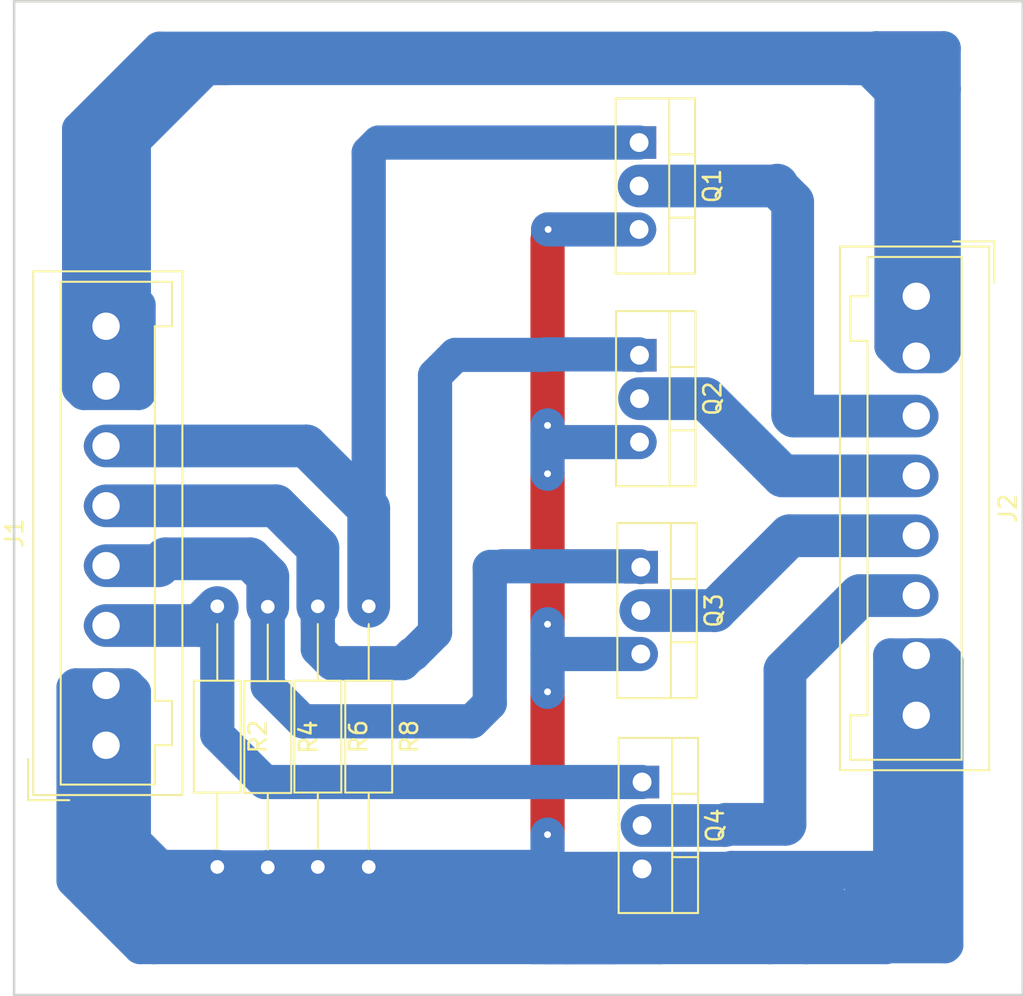
<source format=kicad_pcb>
(kicad_pcb (version 20171130) (host pcbnew 5.0.0)

  (general
    (thickness 1.6)
    (drawings 7)
    (tracks 236)
    (zones 0)
    (modules 10)
    (nets 11)
  )

  (page A4)
  (title_block
    (title "PWM amplifier")
    (date 2018-10-21)
    (rev 1)
    (company "Non Commercial")
    (comment 2 "Andrey Ivanov")
    (comment 3 "Andrey Ivanov")
    (comment 4 "Andrey Ivanov")
  )

  (layers
    (0 F.Cu signal)
    (31 B.Cu signal)
    (32 B.Adhes user)
    (33 F.Adhes user)
    (34 B.Paste user)
    (35 F.Paste user)
    (36 B.SilkS user)
    (37 F.SilkS user)
    (38 B.Mask user)
    (39 F.Mask user)
    (40 Dwgs.User user)
    (41 Cmts.User user)
    (42 Eco1.User user)
    (43 Eco2.User user)
    (44 Edge.Cuts user)
    (45 Margin user)
    (46 B.CrtYd user)
    (47 F.CrtYd user)
    (48 B.Fab user)
    (49 F.Fab user)
  )

  (setup
    (last_trace_width 2.5)
    (trace_clearance 0.2)
    (zone_clearance 0.508)
    (zone_45_only no)
    (trace_min 0.2)
    (segment_width 0.2)
    (edge_width 0.15)
    (via_size 0.8)
    (via_drill 0.4)
    (via_min_size 0.4)
    (via_min_drill 0.3)
    (uvia_size 0.3)
    (uvia_drill 0.1)
    (uvias_allowed no)
    (uvia_min_size 0.2)
    (uvia_min_drill 0.1)
    (pcb_text_width 0.3)
    (pcb_text_size 1.5 1.5)
    (mod_edge_width 0.15)
    (mod_text_size 1 1)
    (mod_text_width 0.15)
    (pad_size 1.524 1.524)
    (pad_drill 0.762)
    (pad_to_mask_clearance 0.2)
    (aux_axis_origin 0 0)
    (visible_elements FFFFFF7F)
    (pcbplotparams
      (layerselection 0x010fc_ffffffff)
      (usegerberextensions false)
      (usegerberattributes false)
      (usegerberadvancedattributes false)
      (creategerberjobfile false)
      (excludeedgelayer true)
      (linewidth 0.100000)
      (plotframeref false)
      (viasonmask false)
      (mode 1)
      (useauxorigin false)
      (hpglpennumber 1)
      (hpglpenspeed 20)
      (hpglpendiameter 15.000000)
      (psnegative false)
      (psa4output false)
      (plotreference true)
      (plotvalue true)
      (plotinvisibletext false)
      (padsonsilk false)
      (subtractmaskfromsilk false)
      (outputformat 1)
      (mirror false)
      (drillshape 1)
      (scaleselection 1)
      (outputdirectory ""))
  )

  (net 0 "")
  (net 1 "Net-(J1-Pad1)")
  (net 2 "Net-(J1-Pad3)")
  (net 3 "Net-(J1-Pad4)")
  (net 4 "Net-(J1-Pad5)")
  (net 5 "Net-(J1-Pad6)")
  (net 6 "Net-(J1-Pad7)")
  (net 7 "Net-(J2-Pad3)")
  (net 8 "Net-(J2-Pad4)")
  (net 9 "Net-(J2-Pad5)")
  (net 10 "Net-(J2-Pad6)")

  (net_class Default "Это класс цепей по умолчанию."
    (clearance 0.2)
    (trace_width 2.5)
    (via_dia 0.8)
    (via_drill 0.4)
    (uvia_dia 0.3)
    (uvia_drill 0.1)
    (add_net "Net-(J1-Pad1)")
    (add_net "Net-(J1-Pad3)")
    (add_net "Net-(J1-Pad4)")
    (add_net "Net-(J1-Pad5)")
    (add_net "Net-(J1-Pad6)")
    (add_net "Net-(J1-Pad7)")
    (add_net "Net-(J2-Pad3)")
    (add_net "Net-(J2-Pad4)")
    (add_net "Net-(J2-Pad5)")
    (add_net "Net-(J2-Pad6)")
  )

  (module Connector_Wago:Wago_734-138_1x08_P3.50mm_Vertical (layer F.Cu) (tedit 5A1F3EED) (tstamp 5BD76CEC)
    (at 186.45 67 270)
    (descr "Molex 734 Male header (for PCBs); Straight solder pin 1 x 1 mm, 734-138 , 8 Pins (http://www.farnell.com/datasheets/2157639.pdf), generated with kicad-footprint-generator")
    (tags "connector Wago  side entry")
    (path /5BD557D2)
    (fp_text reference J2 (at 12.4 -5.35 270) (layer F.SilkS)
      (effects (font (size 1 1) (thickness 0.15)))
    )
    (fp_text value Conn_01x08_Female (at 12.4 5.55 270) (layer F.Fab)
      (effects (font (size 1 1) (thickness 0.15)))
    )
    (fp_line (start -2.8 -4.15) (end -2.8 4.35) (layer F.Fab) (width 0.1))
    (fp_line (start -2.8 4.35) (end 27.6 4.35) (layer F.Fab) (width 0.1))
    (fp_line (start 27.6 4.35) (end 27.6 -4.15) (layer F.Fab) (width 0.1))
    (fp_line (start 27.6 -4.15) (end -2.8 -4.15) (layer F.Fab) (width 0.1))
    (fp_line (start -2.91 -4.26) (end -2.91 4.46) (layer F.SilkS) (width 0.12))
    (fp_line (start -2.91 4.46) (end 27.71 4.46) (layer F.SilkS) (width 0.12))
    (fp_line (start 27.71 4.46) (end 27.71 -4.26) (layer F.SilkS) (width 0.12))
    (fp_line (start 27.71 -4.26) (end -2.91 -4.26) (layer F.SilkS) (width 0.12))
    (fp_line (start -2.3 -2.65) (end -2.3 2.85) (layer F.SilkS) (width 0.12))
    (fp_line (start -2.3 2.85) (end 0 2.85) (layer F.SilkS) (width 0.12))
    (fp_line (start 0 2.85) (end 0 3.85) (layer F.SilkS) (width 0.12))
    (fp_line (start 0 3.85) (end 2.6 3.85) (layer F.SilkS) (width 0.12))
    (fp_line (start 2.6 3.85) (end 2.6 2.85) (layer F.SilkS) (width 0.12))
    (fp_line (start 2.6 2.85) (end 24.5 2.85) (layer F.SilkS) (width 0.12))
    (fp_line (start 24.5 2.85) (end 24.5 3.85) (layer F.SilkS) (width 0.12))
    (fp_line (start 24.5 3.85) (end 27.1 3.85) (layer F.SilkS) (width 0.12))
    (fp_line (start 27.1 3.85) (end 27.1 -2.65) (layer F.SilkS) (width 0.12))
    (fp_line (start 27.1 -2.65) (end -2.3 -2.65) (layer F.SilkS) (width 0.12))
    (fp_line (start -3.21 -2.15) (end -3.21 -4.56) (layer F.SilkS) (width 0.12))
    (fp_line (start -3.21 -4.56) (end -0.8 -4.56) (layer F.SilkS) (width 0.12))
    (fp_line (start -0.5 -4.15) (end 0 -3.442893) (layer F.Fab) (width 0.1))
    (fp_line (start 0 -3.442893) (end 0.5 -4.15) (layer F.Fab) (width 0.1))
    (fp_line (start -3.3 -4.65) (end -3.3 4.85) (layer F.CrtYd) (width 0.05))
    (fp_line (start -3.3 4.85) (end 28.1 4.85) (layer F.CrtYd) (width 0.05))
    (fp_line (start 28.1 4.85) (end 28.1 -4.65) (layer F.CrtYd) (width 0.05))
    (fp_line (start 28.1 -4.65) (end -3.3 -4.65) (layer F.CrtYd) (width 0.05))
    (fp_text user %R (at 12.4 3.65 270) (layer F.Fab)
      (effects (font (size 1 1) (thickness 0.15)))
    )
    (pad 1 thru_hole rect (at 0 0 270) (size 2 2.6) (drill 1.6) (layers *.Cu *.Mask)
      (net 6 "Net-(J1-Pad7)"))
    (pad 2 thru_hole oval (at 3.5 0 270) (size 2 2.6) (drill 1.6) (layers *.Cu *.Mask)
      (net 6 "Net-(J1-Pad7)"))
    (pad 3 thru_hole oval (at 7 0 270) (size 2 2.6) (drill 1.6) (layers *.Cu *.Mask)
      (net 7 "Net-(J2-Pad3)"))
    (pad 4 thru_hole oval (at 10.5 0 270) (size 2 2.6) (drill 1.6) (layers *.Cu *.Mask)
      (net 8 "Net-(J2-Pad4)"))
    (pad 5 thru_hole oval (at 14 0 270) (size 2 2.6) (drill 1.6) (layers *.Cu *.Mask)
      (net 9 "Net-(J2-Pad5)"))
    (pad 6 thru_hole oval (at 17.5 0 270) (size 2 2.6) (drill 1.6) (layers *.Cu *.Mask)
      (net 10 "Net-(J2-Pad6)"))
    (pad 7 thru_hole oval (at 21 0 270) (size 2 2.6) (drill 1.6) (layers *.Cu *.Mask)
      (net 1 "Net-(J1-Pad1)"))
    (pad 8 thru_hole oval (at 24.5 0 270) (size 2 2.6) (drill 1.6) (layers *.Cu *.Mask)
      (net 1 "Net-(J1-Pad1)"))
    (model ${KISYS3DMOD}/Connector_Wago.3dshapes/Wago_734-138_1x08_P3.50mm_Vertical.wrl
      (at (xyz 0 0 0))
      (scale (xyz 1 1 1))
      (rotate (xyz 0 0 0))
    )
  )

  (module Connector_Wago:Wago_734-138_1x08_P3.50mm_Vertical (layer F.Cu) (tedit 5A1F3EED) (tstamp 5BD76FF6)
    (at 139.1 93.25 90)
    (descr "Molex 734 Male header (for PCBs); Straight solder pin 1 x 1 mm, 734-138 , 8 Pins (http://www.farnell.com/datasheets/2157639.pdf), generated with kicad-footprint-generator")
    (tags "connector Wago  side entry")
    (path /5BD5796A)
    (fp_text reference J1 (at 12.4 -5.35 90) (layer F.SilkS)
      (effects (font (size 1 1) (thickness 0.15)))
    )
    (fp_text value Conn_01x08_Female (at 12.4 5.55 90) (layer F.Fab)
      (effects (font (size 1 1) (thickness 0.15)))
    )
    (fp_line (start -2.8 -4.15) (end -2.8 4.35) (layer F.Fab) (width 0.1))
    (fp_line (start -2.8 4.35) (end 27.6 4.35) (layer F.Fab) (width 0.1))
    (fp_line (start 27.6 4.35) (end 27.6 -4.15) (layer F.Fab) (width 0.1))
    (fp_line (start 27.6 -4.15) (end -2.8 -4.15) (layer F.Fab) (width 0.1))
    (fp_line (start -2.91 -4.26) (end -2.91 4.46) (layer F.SilkS) (width 0.12))
    (fp_line (start -2.91 4.46) (end 27.71 4.46) (layer F.SilkS) (width 0.12))
    (fp_line (start 27.71 4.46) (end 27.71 -4.26) (layer F.SilkS) (width 0.12))
    (fp_line (start 27.71 -4.26) (end -2.91 -4.26) (layer F.SilkS) (width 0.12))
    (fp_line (start -2.3 -2.65) (end -2.3 2.85) (layer F.SilkS) (width 0.12))
    (fp_line (start -2.3 2.85) (end 0 2.85) (layer F.SilkS) (width 0.12))
    (fp_line (start 0 2.85) (end 0 3.85) (layer F.SilkS) (width 0.12))
    (fp_line (start 0 3.85) (end 2.6 3.85) (layer F.SilkS) (width 0.12))
    (fp_line (start 2.6 3.85) (end 2.6 2.85) (layer F.SilkS) (width 0.12))
    (fp_line (start 2.6 2.85) (end 24.5 2.85) (layer F.SilkS) (width 0.12))
    (fp_line (start 24.5 2.85) (end 24.5 3.85) (layer F.SilkS) (width 0.12))
    (fp_line (start 24.5 3.85) (end 27.1 3.85) (layer F.SilkS) (width 0.12))
    (fp_line (start 27.1 3.85) (end 27.1 -2.65) (layer F.SilkS) (width 0.12))
    (fp_line (start 27.1 -2.65) (end -2.3 -2.65) (layer F.SilkS) (width 0.12))
    (fp_line (start -3.21 -2.15) (end -3.21 -4.56) (layer F.SilkS) (width 0.12))
    (fp_line (start -3.21 -4.56) (end -0.8 -4.56) (layer F.SilkS) (width 0.12))
    (fp_line (start -0.5 -4.15) (end 0 -3.442893) (layer F.Fab) (width 0.1))
    (fp_line (start 0 -3.442893) (end 0.5 -4.15) (layer F.Fab) (width 0.1))
    (fp_line (start -3.3 -4.65) (end -3.3 4.85) (layer F.CrtYd) (width 0.05))
    (fp_line (start -3.3 4.85) (end 28.1 4.85) (layer F.CrtYd) (width 0.05))
    (fp_line (start 28.1 4.85) (end 28.1 -4.65) (layer F.CrtYd) (width 0.05))
    (fp_line (start 28.1 -4.65) (end -3.3 -4.65) (layer F.CrtYd) (width 0.05))
    (fp_text user %R (at 12.4 3.65 90) (layer F.Fab)
      (effects (font (size 1 1) (thickness 0.15)))
    )
    (pad 1 thru_hole rect (at 0 0 90) (size 2 2.6) (drill 1.6) (layers *.Cu *.Mask)
      (net 1 "Net-(J1-Pad1)"))
    (pad 2 thru_hole oval (at 3.5 0 90) (size 2 2.6) (drill 1.6) (layers *.Cu *.Mask)
      (net 1 "Net-(J1-Pad1)"))
    (pad 3 thru_hole oval (at 7 0 90) (size 2 2.6) (drill 1.6) (layers *.Cu *.Mask)
      (net 2 "Net-(J1-Pad3)"))
    (pad 4 thru_hole oval (at 10.5 0 90) (size 2 2.6) (drill 1.6) (layers *.Cu *.Mask)
      (net 3 "Net-(J1-Pad4)"))
    (pad 5 thru_hole oval (at 14 0 90) (size 2 2.6) (drill 1.6) (layers *.Cu *.Mask)
      (net 4 "Net-(J1-Pad5)"))
    (pad 6 thru_hole oval (at 17.5 0 90) (size 2 2.6) (drill 1.6) (layers *.Cu *.Mask)
      (net 5 "Net-(J1-Pad6)"))
    (pad 7 thru_hole oval (at 21 0 90) (size 2 2.6) (drill 1.6) (layers *.Cu *.Mask)
      (net 6 "Net-(J1-Pad7)"))
    (pad 8 thru_hole oval (at 24.5 0 90) (size 2 2.6) (drill 1.6) (layers *.Cu *.Mask)
      (net 6 "Net-(J1-Pad7)"))
    (model ${KISYS3DMOD}/Connector_Wago.3dshapes/Wago_734-138_1x08_P3.50mm_Vertical.wrl
      (at (xyz 0 0 0))
      (scale (xyz 1 1 1))
      (rotate (xyz 0 0 0))
    )
  )

  (module Package_TO_SOT_THT:TO-220-3_Vertical (layer F.Cu) (tedit 5AC8BA0D) (tstamp 5BD68DC0)
    (at 170.275 70.445 270)
    (descr "TO-220-3, Vertical, RM 2.54mm, see https://www.vishay.com/docs/66542/to-220-1.pdf")
    (tags "TO-220-3 Vertical RM 2.54mm")
    (path /5BC9A6FA)
    (fp_text reference Q2 (at 2.54 -4.27 270) (layer F.SilkS)
      (effects (font (size 1 1) (thickness 0.15)))
    )
    (fp_text value IRF3205 (at 2.54 2.5 270) (layer F.Fab)
      (effects (font (size 1 1) (thickness 0.15)))
    )
    (fp_line (start -2.46 -3.15) (end -2.46 1.25) (layer F.Fab) (width 0.1))
    (fp_line (start -2.46 1.25) (end 7.54 1.25) (layer F.Fab) (width 0.1))
    (fp_line (start 7.54 1.25) (end 7.54 -3.15) (layer F.Fab) (width 0.1))
    (fp_line (start 7.54 -3.15) (end -2.46 -3.15) (layer F.Fab) (width 0.1))
    (fp_line (start -2.46 -1.88) (end 7.54 -1.88) (layer F.Fab) (width 0.1))
    (fp_line (start 0.69 -3.15) (end 0.69 -1.88) (layer F.Fab) (width 0.1))
    (fp_line (start 4.39 -3.15) (end 4.39 -1.88) (layer F.Fab) (width 0.1))
    (fp_line (start -2.58 -3.27) (end 7.66 -3.27) (layer F.SilkS) (width 0.12))
    (fp_line (start -2.58 1.371) (end 7.66 1.371) (layer F.SilkS) (width 0.12))
    (fp_line (start -2.58 -3.27) (end -2.58 1.371) (layer F.SilkS) (width 0.12))
    (fp_line (start 7.66 -3.27) (end 7.66 1.371) (layer F.SilkS) (width 0.12))
    (fp_line (start -2.58 -1.76) (end 7.66 -1.76) (layer F.SilkS) (width 0.12))
    (fp_line (start 0.69 -3.27) (end 0.69 -1.76) (layer F.SilkS) (width 0.12))
    (fp_line (start 4.391 -3.27) (end 4.391 -1.76) (layer F.SilkS) (width 0.12))
    (fp_line (start -2.71 -3.4) (end -2.71 1.51) (layer F.CrtYd) (width 0.05))
    (fp_line (start -2.71 1.51) (end 7.79 1.51) (layer F.CrtYd) (width 0.05))
    (fp_line (start 7.79 1.51) (end 7.79 -3.4) (layer F.CrtYd) (width 0.05))
    (fp_line (start 7.79 -3.4) (end -2.71 -3.4) (layer F.CrtYd) (width 0.05))
    (fp_text user %R (at 2.54 -4.27 270) (layer F.Fab)
      (effects (font (size 1 1) (thickness 0.15)))
    )
    (pad 1 thru_hole rect (at 0 0 270) (size 1.905 2) (drill 1.1) (layers *.Cu *.Mask)
      (net 4 "Net-(J1-Pad5)"))
    (pad 2 thru_hole oval (at 2.54 0 270) (size 1.905 2) (drill 1.1) (layers *.Cu *.Mask)
      (net 8 "Net-(J2-Pad4)"))
    (pad 3 thru_hole oval (at 5.08 0 270) (size 1.905 2) (drill 1.1) (layers *.Cu *.Mask)
      (net 1 "Net-(J1-Pad1)"))
    (model ${KISYS3DMOD}/Package_TO_SOT_THT.3dshapes/TO-220-3_Vertical.wrl
      (at (xyz 0 0 0))
      (scale (xyz 1 1 1))
      (rotate (xyz 0 0 0))
    )
  )

  (module Package_TO_SOT_THT:TO-220-3_Vertical (layer F.Cu) (tedit 5AC8BA0D) (tstamp 5BD68DDA)
    (at 170.35 82.835 270)
    (descr "TO-220-3, Vertical, RM 2.54mm, see https://www.vishay.com/docs/66542/to-220-1.pdf")
    (tags "TO-220-3 Vertical RM 2.54mm")
    (path /5BC9A7AE)
    (fp_text reference Q3 (at 2.54 -4.27 270) (layer F.SilkS)
      (effects (font (size 1 1) (thickness 0.15)))
    )
    (fp_text value IRF3205 (at 2.54 2.5 270) (layer F.Fab)
      (effects (font (size 1 1) (thickness 0.15)))
    )
    (fp_line (start -2.46 -3.15) (end -2.46 1.25) (layer F.Fab) (width 0.1))
    (fp_line (start -2.46 1.25) (end 7.54 1.25) (layer F.Fab) (width 0.1))
    (fp_line (start 7.54 1.25) (end 7.54 -3.15) (layer F.Fab) (width 0.1))
    (fp_line (start 7.54 -3.15) (end -2.46 -3.15) (layer F.Fab) (width 0.1))
    (fp_line (start -2.46 -1.88) (end 7.54 -1.88) (layer F.Fab) (width 0.1))
    (fp_line (start 0.69 -3.15) (end 0.69 -1.88) (layer F.Fab) (width 0.1))
    (fp_line (start 4.39 -3.15) (end 4.39 -1.88) (layer F.Fab) (width 0.1))
    (fp_line (start -2.58 -3.27) (end 7.66 -3.27) (layer F.SilkS) (width 0.12))
    (fp_line (start -2.58 1.371) (end 7.66 1.371) (layer F.SilkS) (width 0.12))
    (fp_line (start -2.58 -3.27) (end -2.58 1.371) (layer F.SilkS) (width 0.12))
    (fp_line (start 7.66 -3.27) (end 7.66 1.371) (layer F.SilkS) (width 0.12))
    (fp_line (start -2.58 -1.76) (end 7.66 -1.76) (layer F.SilkS) (width 0.12))
    (fp_line (start 0.69 -3.27) (end 0.69 -1.76) (layer F.SilkS) (width 0.12))
    (fp_line (start 4.391 -3.27) (end 4.391 -1.76) (layer F.SilkS) (width 0.12))
    (fp_line (start -2.71 -3.4) (end -2.71 1.51) (layer F.CrtYd) (width 0.05))
    (fp_line (start -2.71 1.51) (end 7.79 1.51) (layer F.CrtYd) (width 0.05))
    (fp_line (start 7.79 1.51) (end 7.79 -3.4) (layer F.CrtYd) (width 0.05))
    (fp_line (start 7.79 -3.4) (end -2.71 -3.4) (layer F.CrtYd) (width 0.05))
    (fp_text user %R (at 2.54 -4.27 270) (layer F.Fab)
      (effects (font (size 1 1) (thickness 0.15)))
    )
    (pad 1 thru_hole rect (at 0 0 270) (size 1.905 2) (drill 1.1) (layers *.Cu *.Mask)
      (net 3 "Net-(J1-Pad4)"))
    (pad 2 thru_hole oval (at 2.54 0 270) (size 1.905 2) (drill 1.1) (layers *.Cu *.Mask)
      (net 9 "Net-(J2-Pad5)"))
    (pad 3 thru_hole oval (at 5.08 0 270) (size 1.905 2) (drill 1.1) (layers *.Cu *.Mask)
      (net 1 "Net-(J1-Pad1)"))
    (model ${KISYS3DMOD}/Package_TO_SOT_THT.3dshapes/TO-220-3_Vertical.wrl
      (at (xyz 0 0 0))
      (scale (xyz 1 1 1))
      (rotate (xyz 0 0 0))
    )
  )

  (module Package_TO_SOT_THT:TO-220-3_Vertical (layer F.Cu) (tedit 5AC8BA0D) (tstamp 5BD78350)
    (at 170.425 95.4 270)
    (descr "TO-220-3, Vertical, RM 2.54mm, see https://www.vishay.com/docs/66542/to-220-1.pdf")
    (tags "TO-220-3 Vertical RM 2.54mm")
    (path /5BC9A833)
    (fp_text reference Q4 (at 2.54 -4.27 270) (layer F.SilkS)
      (effects (font (size 1 1) (thickness 0.15)))
    )
    (fp_text value IRF3205 (at 2.54 2.5 270) (layer F.Fab)
      (effects (font (size 1 1) (thickness 0.15)))
    )
    (fp_text user %R (at 2.54 -4.27 270) (layer F.Fab)
      (effects (font (size 1 1) (thickness 0.15)))
    )
    (fp_line (start 7.79 -3.4) (end -2.71 -3.4) (layer F.CrtYd) (width 0.05))
    (fp_line (start 7.79 1.51) (end 7.79 -3.4) (layer F.CrtYd) (width 0.05))
    (fp_line (start -2.71 1.51) (end 7.79 1.51) (layer F.CrtYd) (width 0.05))
    (fp_line (start -2.71 -3.4) (end -2.71 1.51) (layer F.CrtYd) (width 0.05))
    (fp_line (start 4.391 -3.27) (end 4.391 -1.76) (layer F.SilkS) (width 0.12))
    (fp_line (start 0.69 -3.27) (end 0.69 -1.76) (layer F.SilkS) (width 0.12))
    (fp_line (start -2.58 -1.76) (end 7.66 -1.76) (layer F.SilkS) (width 0.12))
    (fp_line (start 7.66 -3.27) (end 7.66 1.371) (layer F.SilkS) (width 0.12))
    (fp_line (start -2.58 -3.27) (end -2.58 1.371) (layer F.SilkS) (width 0.12))
    (fp_line (start -2.58 1.371) (end 7.66 1.371) (layer F.SilkS) (width 0.12))
    (fp_line (start -2.58 -3.27) (end 7.66 -3.27) (layer F.SilkS) (width 0.12))
    (fp_line (start 4.39 -3.15) (end 4.39 -1.88) (layer F.Fab) (width 0.1))
    (fp_line (start 0.69 -3.15) (end 0.69 -1.88) (layer F.Fab) (width 0.1))
    (fp_line (start -2.46 -1.88) (end 7.54 -1.88) (layer F.Fab) (width 0.1))
    (fp_line (start 7.54 -3.15) (end -2.46 -3.15) (layer F.Fab) (width 0.1))
    (fp_line (start 7.54 1.25) (end 7.54 -3.15) (layer F.Fab) (width 0.1))
    (fp_line (start -2.46 1.25) (end 7.54 1.25) (layer F.Fab) (width 0.1))
    (fp_line (start -2.46 -3.15) (end -2.46 1.25) (layer F.Fab) (width 0.1))
    (pad 3 thru_hole oval (at 5.08 0 270) (size 1.905 2) (drill 1.1) (layers *.Cu *.Mask)
      (net 1 "Net-(J1-Pad1)"))
    (pad 2 thru_hole oval (at 2.54 0 270) (size 1.905 2) (drill 1.1) (layers *.Cu *.Mask)
      (net 10 "Net-(J2-Pad6)"))
    (pad 1 thru_hole rect (at 0 0 270) (size 1.905 2) (drill 1.1) (layers *.Cu *.Mask)
      (net 2 "Net-(J1-Pad3)"))
    (model ${KISYS3DMOD}/Package_TO_SOT_THT.3dshapes/TO-220-3_Vertical.wrl
      (at (xyz 0 0 0))
      (scale (xyz 1 1 1))
      (rotate (xyz 0 0 0))
    )
  )

  (module Resistor_THT:R_Axial_DIN0207_L6.3mm_D2.5mm_P15.24mm_Horizontal (layer F.Cu) (tedit 5AE5139B) (tstamp 5BD76D3F)
    (at 145.6 85.125 270)
    (descr "Resistor, Axial_DIN0207 series, Axial, Horizontal, pin pitch=15.24mm, 0.25W = 1/4W, length*diameter=6.3*2.5mm^2, http://cdn-reichelt.de/documents/datenblatt/B400/1_4W%23YAG.pdf")
    (tags "Resistor Axial_DIN0207 series Axial Horizontal pin pitch 15.24mm 0.25W = 1/4W length 6.3mm diameter 2.5mm")
    (path /5BD65DAB)
    (fp_text reference R2 (at 7.62 -2.37 270) (layer F.SilkS)
      (effects (font (size 1 1) (thickness 0.15)))
    )
    (fp_text value R (at 7.62 2.37 270) (layer F.Fab)
      (effects (font (size 1 1) (thickness 0.15)))
    )
    (fp_line (start 4.47 -1.25) (end 4.47 1.25) (layer F.Fab) (width 0.1))
    (fp_line (start 4.47 1.25) (end 10.77 1.25) (layer F.Fab) (width 0.1))
    (fp_line (start 10.77 1.25) (end 10.77 -1.25) (layer F.Fab) (width 0.1))
    (fp_line (start 10.77 -1.25) (end 4.47 -1.25) (layer F.Fab) (width 0.1))
    (fp_line (start 0 0) (end 4.47 0) (layer F.Fab) (width 0.1))
    (fp_line (start 15.24 0) (end 10.77 0) (layer F.Fab) (width 0.1))
    (fp_line (start 4.35 -1.37) (end 4.35 1.37) (layer F.SilkS) (width 0.12))
    (fp_line (start 4.35 1.37) (end 10.89 1.37) (layer F.SilkS) (width 0.12))
    (fp_line (start 10.89 1.37) (end 10.89 -1.37) (layer F.SilkS) (width 0.12))
    (fp_line (start 10.89 -1.37) (end 4.35 -1.37) (layer F.SilkS) (width 0.12))
    (fp_line (start 1.04 0) (end 4.35 0) (layer F.SilkS) (width 0.12))
    (fp_line (start 14.2 0) (end 10.89 0) (layer F.SilkS) (width 0.12))
    (fp_line (start -1.05 -1.5) (end -1.05 1.5) (layer F.CrtYd) (width 0.05))
    (fp_line (start -1.05 1.5) (end 16.29 1.5) (layer F.CrtYd) (width 0.05))
    (fp_line (start 16.29 1.5) (end 16.29 -1.5) (layer F.CrtYd) (width 0.05))
    (fp_line (start 16.29 -1.5) (end -1.05 -1.5) (layer F.CrtYd) (width 0.05))
    (fp_text user %R (at 15.324999 0.424999 270) (layer F.Fab)
      (effects (font (size 1 1) (thickness 0.15)))
    )
    (pad 1 thru_hole circle (at 0 0 270) (size 1.6 1.6) (drill 0.8) (layers *.Cu *.Mask)
      (net 2 "Net-(J1-Pad3)"))
    (pad 2 thru_hole oval (at 15.24 0 270) (size 1.6 1.6) (drill 0.8) (layers *.Cu *.Mask)
      (net 1 "Net-(J1-Pad1)"))
    (model ${KISYS3DMOD}/Resistor_THT.3dshapes/R_Axial_DIN0207_L6.3mm_D2.5mm_P15.24mm_Horizontal.wrl
      (at (xyz 0 0 0))
      (scale (xyz 1 1 1))
      (rotate (xyz 0 0 0))
    )
  )

  (module Resistor_THT:R_Axial_DIN0207_L6.3mm_D2.5mm_P15.24mm_Horizontal (layer F.Cu) (tedit 5AE5139B) (tstamp 5BD76D6D)
    (at 148.549999 85.150001 270)
    (descr "Resistor, Axial_DIN0207 series, Axial, Horizontal, pin pitch=15.24mm, 0.25W = 1/4W, length*diameter=6.3*2.5mm^2, http://cdn-reichelt.de/documents/datenblatt/B400/1_4W%23YAG.pdf")
    (tags "Resistor Axial_DIN0207 series Axial Horizontal pin pitch 15.24mm 0.25W = 1/4W length 6.3mm diameter 2.5mm")
    (path /5BD65E28)
    (fp_text reference R4 (at 7.62 -2.37 270) (layer F.SilkS)
      (effects (font (size 1 1) (thickness 0.15)))
    )
    (fp_text value R (at 7.62 2.37 270) (layer F.Fab)
      (effects (font (size 1 1) (thickness 0.15)))
    )
    (fp_text user %R (at 7.62 0 270) (layer F.Fab)
      (effects (font (size 1 1) (thickness 0.15)))
    )
    (fp_line (start 16.29 -1.5) (end -1.05 -1.5) (layer F.CrtYd) (width 0.05))
    (fp_line (start 16.29 1.5) (end 16.29 -1.5) (layer F.CrtYd) (width 0.05))
    (fp_line (start -1.05 1.5) (end 16.29 1.5) (layer F.CrtYd) (width 0.05))
    (fp_line (start -1.05 -1.5) (end -1.05 1.5) (layer F.CrtYd) (width 0.05))
    (fp_line (start 14.2 0) (end 10.89 0) (layer F.SilkS) (width 0.12))
    (fp_line (start 1.04 0) (end 4.35 0) (layer F.SilkS) (width 0.12))
    (fp_line (start 10.89 -1.37) (end 4.35 -1.37) (layer F.SilkS) (width 0.12))
    (fp_line (start 10.89 1.37) (end 10.89 -1.37) (layer F.SilkS) (width 0.12))
    (fp_line (start 4.35 1.37) (end 10.89 1.37) (layer F.SilkS) (width 0.12))
    (fp_line (start 4.35 -1.37) (end 4.35 1.37) (layer F.SilkS) (width 0.12))
    (fp_line (start 15.24 0) (end 10.77 0) (layer F.Fab) (width 0.1))
    (fp_line (start 0 0) (end 4.47 0) (layer F.Fab) (width 0.1))
    (fp_line (start 10.77 -1.25) (end 4.47 -1.25) (layer F.Fab) (width 0.1))
    (fp_line (start 10.77 1.25) (end 10.77 -1.25) (layer F.Fab) (width 0.1))
    (fp_line (start 4.47 1.25) (end 10.77 1.25) (layer F.Fab) (width 0.1))
    (fp_line (start 4.47 -1.25) (end 4.47 1.25) (layer F.Fab) (width 0.1))
    (pad 2 thru_hole oval (at 15.24 0 270) (size 1.6 1.6) (drill 0.8) (layers *.Cu *.Mask)
      (net 1 "Net-(J1-Pad1)"))
    (pad 1 thru_hole circle (at 0 0 270) (size 1.6 1.6) (drill 0.8) (layers *.Cu *.Mask)
      (net 3 "Net-(J1-Pad4)"))
    (model ${KISYS3DMOD}/Resistor_THT.3dshapes/R_Axial_DIN0207_L6.3mm_D2.5mm_P15.24mm_Horizontal.wrl
      (at (xyz 0 0 0))
      (scale (xyz 1 1 1))
      (rotate (xyz 0 0 0))
    )
  )

  (module Resistor_THT:R_Axial_DIN0207_L6.3mm_D2.5mm_P15.24mm_Horizontal (layer F.Cu) (tedit 5AE5139B) (tstamp 5BD76D9B)
    (at 151.474999 85.125001 270)
    (descr "Resistor, Axial_DIN0207 series, Axial, Horizontal, pin pitch=15.24mm, 0.25W = 1/4W, length*diameter=6.3*2.5mm^2, http://cdn-reichelt.de/documents/datenblatt/B400/1_4W%23YAG.pdf")
    (tags "Resistor Axial_DIN0207 series Axial Horizontal pin pitch 15.24mm 0.25W = 1/4W length 6.3mm diameter 2.5mm")
    (path /5BD65E7A)
    (fp_text reference R6 (at 7.62 -2.37 270) (layer F.SilkS)
      (effects (font (size 1 1) (thickness 0.15)))
    )
    (fp_text value R (at 7.62 2.37 270) (layer F.Fab)
      (effects (font (size 1 1) (thickness 0.15)))
    )
    (fp_line (start 4.47 -1.25) (end 4.47 1.25) (layer F.Fab) (width 0.1))
    (fp_line (start 4.47 1.25) (end 10.77 1.25) (layer F.Fab) (width 0.1))
    (fp_line (start 10.77 1.25) (end 10.77 -1.25) (layer F.Fab) (width 0.1))
    (fp_line (start 10.77 -1.25) (end 4.47 -1.25) (layer F.Fab) (width 0.1))
    (fp_line (start 0 0) (end 4.47 0) (layer F.Fab) (width 0.1))
    (fp_line (start 15.24 0) (end 10.77 0) (layer F.Fab) (width 0.1))
    (fp_line (start 4.35 -1.37) (end 4.35 1.37) (layer F.SilkS) (width 0.12))
    (fp_line (start 4.35 1.37) (end 10.89 1.37) (layer F.SilkS) (width 0.12))
    (fp_line (start 10.89 1.37) (end 10.89 -1.37) (layer F.SilkS) (width 0.12))
    (fp_line (start 10.89 -1.37) (end 4.35 -1.37) (layer F.SilkS) (width 0.12))
    (fp_line (start 1.04 0) (end 4.35 0) (layer F.SilkS) (width 0.12))
    (fp_line (start 14.2 0) (end 10.89 0) (layer F.SilkS) (width 0.12))
    (fp_line (start -1.05 -1.5) (end -1.05 1.5) (layer F.CrtYd) (width 0.05))
    (fp_line (start -1.05 1.5) (end 16.29 1.5) (layer F.CrtYd) (width 0.05))
    (fp_line (start 16.29 1.5) (end 16.29 -1.5) (layer F.CrtYd) (width 0.05))
    (fp_line (start 16.29 -1.5) (end -1.05 -1.5) (layer F.CrtYd) (width 0.05))
    (fp_text user %R (at 7.62 0 270) (layer F.Fab)
      (effects (font (size 1 1) (thickness 0.15)))
    )
    (pad 1 thru_hole circle (at 0 0 270) (size 1.6 1.6) (drill 0.8) (layers *.Cu *.Mask)
      (net 4 "Net-(J1-Pad5)"))
    (pad 2 thru_hole oval (at 15.24 0 270) (size 1.6 1.6) (drill 0.8) (layers *.Cu *.Mask)
      (net 1 "Net-(J1-Pad1)"))
    (model ${KISYS3DMOD}/Resistor_THT.3dshapes/R_Axial_DIN0207_L6.3mm_D2.5mm_P15.24mm_Horizontal.wrl
      (at (xyz 0 0 0))
      (scale (xyz 1 1 1))
      (rotate (xyz 0 0 0))
    )
  )

  (module Resistor_THT:R_Axial_DIN0207_L6.3mm_D2.5mm_P15.24mm_Horizontal (layer F.Cu) (tedit 5AE5139B) (tstamp 5BD76DC9)
    (at 154.45 85.125001 270)
    (descr "Resistor, Axial_DIN0207 series, Axial, Horizontal, pin pitch=15.24mm, 0.25W = 1/4W, length*diameter=6.3*2.5mm^2, http://cdn-reichelt.de/documents/datenblatt/B400/1_4W%23YAG.pdf")
    (tags "Resistor Axial_DIN0207 series Axial Horizontal pin pitch 15.24mm 0.25W = 1/4W length 6.3mm diameter 2.5mm")
    (path /5BD65EDB)
    (fp_text reference R8 (at 7.62 -2.37 270) (layer F.SilkS)
      (effects (font (size 1 1) (thickness 0.15)))
    )
    (fp_text value R (at 7.62 2.37 270) (layer F.Fab)
      (effects (font (size 1 1) (thickness 0.15)))
    )
    (fp_text user %R (at 7.62 0 270) (layer F.Fab)
      (effects (font (size 1 1) (thickness 0.15)))
    )
    (fp_line (start 16.29 -1.5) (end -1.05 -1.5) (layer F.CrtYd) (width 0.05))
    (fp_line (start 16.29 1.5) (end 16.29 -1.5) (layer F.CrtYd) (width 0.05))
    (fp_line (start -1.05 1.5) (end 16.29 1.5) (layer F.CrtYd) (width 0.05))
    (fp_line (start -1.05 -1.5) (end -1.05 1.5) (layer F.CrtYd) (width 0.05))
    (fp_line (start 14.2 0) (end 10.89 0) (layer F.SilkS) (width 0.12))
    (fp_line (start 1.04 0) (end 4.35 0) (layer F.SilkS) (width 0.12))
    (fp_line (start 10.89 -1.37) (end 4.35 -1.37) (layer F.SilkS) (width 0.12))
    (fp_line (start 10.89 1.37) (end 10.89 -1.37) (layer F.SilkS) (width 0.12))
    (fp_line (start 4.35 1.37) (end 10.89 1.37) (layer F.SilkS) (width 0.12))
    (fp_line (start 4.35 -1.37) (end 4.35 1.37) (layer F.SilkS) (width 0.12))
    (fp_line (start 15.24 0) (end 10.77 0) (layer F.Fab) (width 0.1))
    (fp_line (start 0 0) (end 4.47 0) (layer F.Fab) (width 0.1))
    (fp_line (start 10.77 -1.25) (end 4.47 -1.25) (layer F.Fab) (width 0.1))
    (fp_line (start 10.77 1.25) (end 10.77 -1.25) (layer F.Fab) (width 0.1))
    (fp_line (start 4.47 1.25) (end 10.77 1.25) (layer F.Fab) (width 0.1))
    (fp_line (start 4.47 -1.25) (end 4.47 1.25) (layer F.Fab) (width 0.1))
    (pad 2 thru_hole oval (at 15.24 0 270) (size 1.6 1.6) (drill 0.8) (layers *.Cu *.Mask)
      (net 1 "Net-(J1-Pad1)"))
    (pad 1 thru_hole circle (at 0 0 270) (size 1.6 1.6) (drill 0.8) (layers *.Cu *.Mask)
      (net 5 "Net-(J1-Pad6)"))
    (model ${KISYS3DMOD}/Resistor_THT.3dshapes/R_Axial_DIN0207_L6.3mm_D2.5mm_P15.24mm_Horizontal.wrl
      (at (xyz 0 0 0))
      (scale (xyz 1 1 1))
      (rotate (xyz 0 0 0))
    )
  )

  (module Package_TO_SOT_THT:TO-220-3_Vertical (layer F.Cu) (tedit 5AC8BA0D) (tstamp 5BD77010)
    (at 170.25 58.01 270)
    (descr "TO-220-3, Vertical, RM 2.54mm, see https://www.vishay.com/docs/66542/to-220-1.pdf")
    (tags "TO-220-3 Vertical RM 2.54mm")
    (path /5BC9A555)
    (fp_text reference Q1 (at 2.54 -4.27 270) (layer F.SilkS)
      (effects (font (size 1 1) (thickness 0.15)))
    )
    (fp_text value IRF3205 (at 2.54 2.5 270) (layer F.Fab)
      (effects (font (size 1 1) (thickness 0.15)))
    )
    (fp_line (start -2.46 -3.15) (end -2.46 1.25) (layer F.Fab) (width 0.1))
    (fp_line (start -2.46 1.25) (end 7.54 1.25) (layer F.Fab) (width 0.1))
    (fp_line (start 7.54 1.25) (end 7.54 -3.15) (layer F.Fab) (width 0.1))
    (fp_line (start 7.54 -3.15) (end -2.46 -3.15) (layer F.Fab) (width 0.1))
    (fp_line (start -2.46 -1.88) (end 7.54 -1.88) (layer F.Fab) (width 0.1))
    (fp_line (start 0.69 -3.15) (end 0.69 -1.88) (layer F.Fab) (width 0.1))
    (fp_line (start 4.39 -3.15) (end 4.39 -1.88) (layer F.Fab) (width 0.1))
    (fp_line (start -2.58 -3.27) (end 7.66 -3.27) (layer F.SilkS) (width 0.12))
    (fp_line (start -2.58 1.371) (end 7.66 1.371) (layer F.SilkS) (width 0.12))
    (fp_line (start -2.58 -3.27) (end -2.58 1.371) (layer F.SilkS) (width 0.12))
    (fp_line (start 7.66 -3.27) (end 7.66 1.371) (layer F.SilkS) (width 0.12))
    (fp_line (start -2.58 -1.76) (end 7.66 -1.76) (layer F.SilkS) (width 0.12))
    (fp_line (start 0.69 -3.27) (end 0.69 -1.76) (layer F.SilkS) (width 0.12))
    (fp_line (start 4.391 -3.27) (end 4.391 -1.76) (layer F.SilkS) (width 0.12))
    (fp_line (start -2.71 -3.4) (end -2.71 1.51) (layer F.CrtYd) (width 0.05))
    (fp_line (start -2.71 1.51) (end 7.79 1.51) (layer F.CrtYd) (width 0.05))
    (fp_line (start 7.79 1.51) (end 7.79 -3.4) (layer F.CrtYd) (width 0.05))
    (fp_line (start 7.79 -3.4) (end -2.71 -3.4) (layer F.CrtYd) (width 0.05))
    (fp_text user %R (at 2.54 -4.27 270) (layer F.Fab)
      (effects (font (size 1 1) (thickness 0.15)))
    )
    (pad 1 thru_hole rect (at 0 0 270) (size 1.905 2) (drill 1.1) (layers *.Cu *.Mask)
      (net 5 "Net-(J1-Pad6)"))
    (pad 2 thru_hole oval (at 2.54 0 270) (size 1.905 2) (drill 1.1) (layers *.Cu *.Mask)
      (net 7 "Net-(J2-Pad3)"))
    (pad 3 thru_hole oval (at 5.08 0 270) (size 1.905 2) (drill 1.1) (layers *.Cu *.Mask)
      (net 1 "Net-(J1-Pad1)"))
    (model ${KISYS3DMOD}/Package_TO_SOT_THT.3dshapes/TO-220-3_Vertical.wrl
      (at (xyz 0 0 0))
      (scale (xyz 1 1 1))
      (rotate (xyz 0 0 0))
    )
  )

  (gr_line (start 133.725 49.75) (end 133.725 51.375) (layer Edge.Cuts) (width 0.15))
  (gr_line (start 133.8 49.75) (end 133.725 49.75) (layer Edge.Cuts) (width 0.15))
  (gr_line (start 192.675 49.75) (end 133.8 49.75) (layer Edge.Cuts) (width 0.15))
  (gr_line (start 192.675 51.375) (end 192.675 49.75) (layer Edge.Cuts) (width 0.15))
  (gr_line (start 133.725 51.375) (end 133.725 107.85) (layer Edge.Cuts) (width 0.15))
  (gr_line (start 192.675 107.85) (end 192.675 51.375) (layer Edge.Cuts) (width 0.15))
  (gr_line (start 133.725 107.85) (end 192.675 107.85) (layer Edge.Cuts) (width 0.15))

  (segment (start 170.25 63.09) (end 164.935 63.09) (width 2) (layer B.Cu) (net 1) (status 10))
  (via (at 164.935 63.09) (size 0.8) (drill 0.4) (layers F.Cu B.Cu) (net 1))
  (segment (start 164.935 63.655685) (end 164.9 63.690685) (width 2) (layer F.Cu) (net 1))
  (segment (start 164.935 63.09) (end 164.935 63.655685) (width 2) (layer F.Cu) (net 1))
  (via (at 164.9 74.55) (size 0.8) (drill 0.4) (layers F.Cu B.Cu) (net 1))
  (segment (start 164.9 63.690685) (end 164.9 74.55) (width 2) (layer F.Cu) (net 1))
  (segment (start 164.9 74.55) (end 164.9 75.115685) (width 2) (layer B.Cu) (net 1))
  (segment (start 165.309315 75.525) (end 170.275 75.525) (width 2) (layer B.Cu) (net 1) (status 20))
  (segment (start 164.9 75.115685) (end 165.309315 75.525) (width 2) (layer B.Cu) (net 1))
  (segment (start 164.9 75.115685) (end 164.9 77.375) (width 2) (layer B.Cu) (net 1))
  (via (at 164.9 77.375) (size 0.8) (drill 0.4) (layers F.Cu B.Cu) (net 1))
  (segment (start 164.9 77.375) (end 164.9 86.175) (width 2) (layer F.Cu) (net 1))
  (via (at 164.9 86.175) (size 0.8) (drill 0.4) (layers F.Cu B.Cu) (net 1))
  (via (at 164.9 90.125) (size 0.8) (drill 0.4) (layers F.Cu B.Cu) (net 1))
  (segment (start 164.9 90.125) (end 164.9 98.475) (width 2) (layer F.Cu) (net 1))
  (via (at 164.9 98.475) (size 0.8) (drill 0.4) (layers F.Cu B.Cu) (net 1))
  (segment (start 165.055 100.48) (end 170.425 100.48) (width 2) (layer B.Cu) (net 1) (status 20))
  (segment (start 164.9 98.475) (end 164.9 100.325) (width 2) (layer B.Cu) (net 1))
  (segment (start 164.9 100.325) (end 165.055 100.48) (width 2) (layer B.Cu) (net 1))
  (segment (start 164.9 105.025) (end 164.875 105.05) (width 2) (layer B.Cu) (net 1))
  (segment (start 164.859999 100.365001) (end 154.45 100.365001) (width 2) (layer B.Cu) (net 1))
  (segment (start 164.9 100.325) (end 164.859999 100.365001) (width 2) (layer B.Cu) (net 1))
  (segment (start 154.45 100.365001) (end 151.474999 100.365001) (width 2) (layer B.Cu) (net 1))
  (segment (start 148.574999 100.365001) (end 148.549999 100.390001) (width 2) (layer B.Cu) (net 1))
  (segment (start 151.474999 100.365001) (end 148.574999 100.365001) (width 2) (layer B.Cu) (net 1))
  (segment (start 145.625001 100.390001) (end 145.6 100.365) (width 2) (layer B.Cu) (net 1))
  (segment (start 148.549999 100.390001) (end 145.625001 100.390001) (width 2) (layer B.Cu) (net 1))
  (segment (start 139.1 98.85) (end 139.1 93.25) (width 2) (layer B.Cu) (net 1))
  (segment (start 140.615 100.365) (end 139.1 98.85) (width 2) (layer B.Cu) (net 1))
  (segment (start 139.1 93.25) (end 139.1 89.75) (width 2) (layer B.Cu) (net 1))
  (segment (start 164.985 87.915) (end 164.9 88) (width 2) (layer B.Cu) (net 1))
  (segment (start 164.9 86.175) (end 164.9 88) (width 2) (layer B.Cu) (net 1))
  (segment (start 170.35 87.915) (end 164.985 87.915) (width 2) (layer B.Cu) (net 1))
  (segment (start 164.9 88) (end 164.9 90.125) (width 2) (layer B.Cu) (net 1))
  (segment (start 168.8075 105.05) (end 166 105.05) (width 2) (layer B.Cu) (net 1))
  (segment (start 170.425 103.4325) (end 168.8075 105.05) (width 2) (layer B.Cu) (net 1))
  (segment (start 166 105.05) (end 164.875 105.05) (width 2) (layer B.Cu) (net 1))
  (segment (start 170.425 103.4325) (end 170.3575 103.5) (width 2) (layer B.Cu) (net 1))
  (segment (start 166.8 103.5) (end 164.9 101.6) (width 2) (layer B.Cu) (net 1))
  (segment (start 170.3575 103.5) (end 166.8 103.5) (width 2) (layer B.Cu) (net 1))
  (segment (start 164.9 100.325) (end 164.9 101.6) (width 2) (layer B.Cu) (net 1))
  (segment (start 170.425 103.4325) (end 170.6925 103.7) (width 2) (layer B.Cu) (net 1))
  (segment (start 170.6925 103.7) (end 176.975 103.7) (width 2) (layer B.Cu) (net 1))
  (segment (start 173.755 100.48) (end 170.425 100.48) (width 2) (layer B.Cu) (net 1))
  (segment (start 176.975 103.7) (end 173.755 100.48) (width 2) (layer B.Cu) (net 1))
  (segment (start 176.975 103.7) (end 174.875 103.7) (width 2) (layer B.Cu) (net 1))
  (segment (start 174.875 103.7) (end 173.075 101.9) (width 2) (layer B.Cu) (net 1))
  (segment (start 173.075 101.9) (end 167 101.9) (width 2) (layer B.Cu) (net 1))
  (segment (start 139.1 93.25) (end 139.1 100.65) (width 2) (layer B.Cu) (net 1))
  (segment (start 139.1 100.65) (end 140.125 101.675) (width 2) (layer B.Cu) (net 1))
  (segment (start 164.825 101.675) (end 164.9 101.6) (width 2) (layer B.Cu) (net 1))
  (segment (start 140.125 101.675) (end 164.825 101.675) (width 2) (layer B.Cu) (net 1))
  (segment (start 164.9 102.85) (end 164.9 105.025) (width 2) (layer B.Cu) (net 1))
  (segment (start 164.9 101.6) (end 164.9 102.85) (width 2) (layer B.Cu) (net 1))
  (segment (start 166.025 105.05) (end 163.825 102.85) (width 2) (layer B.Cu) (net 1))
  (segment (start 171.5 105.05) (end 166.025 105.05) (width 2) (layer B.Cu) (net 1))
  (segment (start 164.9 102.85) (end 163.825 102.85) (width 2) (layer B.Cu) (net 1))
  (segment (start 171.5 105.05) (end 166 105.05) (width 2) (layer B.Cu) (net 1))
  (segment (start 177.9 105.05) (end 171.5 105.05) (width 2) (layer B.Cu) (net 1))
  (segment (start 164.9 102.85) (end 141.3 102.85) (width 2) (layer B.Cu) (net 1))
  (segment (start 166.025 105.05) (end 164.05 105.05) (width 2) (layer B.Cu) (net 1))
  (segment (start 164.05 105.05) (end 163.65 104.65) (width 2) (layer B.Cu) (net 1))
  (segment (start 143.1 104.65) (end 141 102.55) (width 2) (layer B.Cu) (net 1))
  (segment (start 163.65 104.65) (end 143.1 104.65) (width 2) (layer B.Cu) (net 1))
  (segment (start 141.3 102.85) (end 141 102.55) (width 2) (layer B.Cu) (net 1))
  (segment (start 141 102.55) (end 139.1 100.65) (width 2) (layer B.Cu) (net 1))
  (segment (start 166.025 105.05) (end 141.9 105.05) (width 2) (layer B.Cu) (net 1))
  (segment (start 139.1 102.25) (end 139.1 100.65) (width 2) (layer B.Cu) (net 1))
  (segment (start 141.9 105.05) (end 139.1 102.25) (width 2) (layer B.Cu) (net 1))
  (segment (start 139.1 102.25) (end 139.05 102.25) (width 2) (layer B.Cu) (net 1))
  (segment (start 181.225 101.725) (end 177.9 105.05) (width 2) (layer B.Cu) (net 1))
  (segment (start 170.4725 100.48) (end 172.9425 102.95) (width 2) (layer B.Cu) (net 1))
  (segment (start 170.425 100.48) (end 170.4725 100.48) (width 2) (layer B.Cu) (net 1))
  (segment (start 180 102.95) (end 181.225 101.725) (width 2) (layer B.Cu) (net 1))
  (segment (start 179.37 100.48) (end 176.9 102.95) (width 2) (layer B.Cu) (net 1))
  (segment (start 176.9 102.95) (end 180 102.95) (width 2) (layer B.Cu) (net 1))
  (segment (start 180.225 100.48) (end 179.37 100.48) (width 2) (layer B.Cu) (net 1))
  (segment (start 172.9425 102.95) (end 176.9 102.95) (width 2) (layer B.Cu) (net 1))
  (segment (start 172.045 101.725) (end 170.8 100.48) (width 2) (layer B.Cu) (net 1))
  (segment (start 170.425 100.48) (end 170.8 100.48) (width 2) (layer B.Cu) (net 1))
  (segment (start 181.225 101.725) (end 172.045 101.725) (width 2) (layer B.Cu) (net 1))
  (segment (start 186.45 90.35) (end 186.45 91.5) (width 2) (layer B.Cu) (net 1))
  (segment (start 186.45 88) (end 186.45 90.35) (width 2) (layer B.Cu) (net 1))
  (segment (start 186.45 88) (end 187.85 88) (width 2) (layer B.Cu) (net 1))
  (segment (start 187.85 88) (end 188.2 88.35) (width 2) (layer B.Cu) (net 1))
  (segment (start 139.1 89.75) (end 137.325 89.75) (width 2) (layer B.Cu) (net 1))
  (segment (start 137.325 89.75) (end 137.2 89.875) (width 2) (layer B.Cu) (net 1))
  (segment (start 137.2 89.875) (end 137.2 101.15) (width 2) (layer B.Cu) (net 1))
  (segment (start 141.1 105.05) (end 141.9 105.05) (width 2) (layer B.Cu) (net 1))
  (segment (start 137.2 101.15) (end 141.1 105.05) (width 2) (layer B.Cu) (net 1))
  (segment (start 139.1 89.75) (end 140.35 89.75) (width 2) (layer B.Cu) (net 1))
  (segment (start 140.35 89.75) (end 140.725 90.125) (width 2) (layer B.Cu) (net 1))
  (segment (start 140.725 90.125) (end 140.725 98.84) (width 2) (layer B.Cu) (net 1))
  (segment (start 140.725 98.84) (end 142.25 100.365) (width 2) (layer B.Cu) (net 1))
  (segment (start 145.6 100.365) (end 142.25 100.365) (width 2) (layer B.Cu) (net 1))
  (segment (start 142.25 100.365) (end 140.615 100.365) (width 2) (layer B.Cu) (net 1))
  (segment (start 177.9 105.05) (end 180.025 105.05) (width 2) (layer B.Cu) (net 1))
  (segment (start 180.025 105.05) (end 184.675 105.05) (width 2) (layer B.Cu) (net 1))
  (segment (start 184.675 105.05) (end 184.675 105) (width 2) (layer B.Cu) (net 1))
  (segment (start 180.025 105.05) (end 182.375 102.7) (width 2) (layer B.Cu) (net 1))
  (segment (start 188.2 88.35) (end 188.2 104.925) (width 2) (layer B.Cu) (net 1))
  (segment (start 188.125 105) (end 184.675 105) (width 2) (layer B.Cu) (net 1))
  (segment (start 188.2 104.925) (end 188.125 105) (width 2) (layer B.Cu) (net 1))
  (segment (start 186.45 94.5) (end 186.8 94.85) (width 2) (layer B.Cu) (net 1))
  (segment (start 186.45 91.5) (end 186.45 94.5) (width 2) (layer B.Cu) (net 1))
  (segment (start 186.8 94.85) (end 186.8 103) (width 2) (layer B.Cu) (net 1))
  (segment (start 186.8 103) (end 185.55 104.25) (width 2) (layer B.Cu) (net 1))
  (segment (start 184.675 105) (end 183.925 104.25) (width 2) (layer B.Cu) (net 1))
  (segment (start 185.55 104.25) (end 183.925 104.25) (width 2) (layer B.Cu) (net 1))
  (segment (start 183.925 104.25) (end 182.375 102.7) (width 2) (layer B.Cu) (net 1))
  (segment (start 184.925 102.925) (end 182.48 100.48) (width 2) (layer B.Cu) (net 1))
  (segment (start 182.48 100.48) (end 180.225 100.48) (width 2) (layer B.Cu) (net 1))
  (segment (start 186.45 88) (end 184.925 88) (width 2) (layer B.Cu) (net 1))
  (segment (start 184.925 100.425) (end 175.655 100.425) (width 2) (layer B.Cu) (net 1))
  (segment (start 175.6 100.48) (end 180.225 100.48) (width 2) (layer B.Cu) (net 1))
  (segment (start 170.8 100.48) (end 175.6 100.48) (width 2) (layer B.Cu) (net 1))
  (segment (start 175.655 100.425) (end 175.6 100.48) (width 2) (layer B.Cu) (net 1))
  (segment (start 184.925 100.425) (end 184.925 102.925) (width 2) (layer B.Cu) (net 1))
  (segment (start 184.925 88) (end 184.925 100.425) (width 2) (layer B.Cu) (net 1))
  (segment (start 144.475 86.25) (end 145.6 85.125) (width 2) (layer B.Cu) (net 2))
  (segment (start 139.1 86.25) (end 144.475 86.25) (width 2) (layer B.Cu) (net 2))
  (segment (start 145.6 92.625) (end 145.6 85.125) (width 2) (layer B.Cu) (net 2))
  (segment (start 170.425 95.4) (end 148.375 95.4) (width 2) (layer B.Cu) (net 2))
  (segment (start 148.375 95.4) (end 145.6 92.625) (width 2) (layer B.Cu) (net 2))
  (segment (start 144.55001 86.25) (end 145.6 85.20001) (width 2.5) (layer B.Cu) (net 2))
  (segment (start 139.1 86.25) (end 144.55001 86.25) (width 2.5) (layer B.Cu) (net 2))
  (segment (start 148.549999 89.799999) (end 150.6 91.85) (width 2) (layer B.Cu) (net 3))
  (segment (start 148.549999 85.150001) (end 148.549999 89.799999) (width 2) (layer B.Cu) (net 3) (status 10))
  (segment (start 150.6 91.85) (end 160.475 91.85) (width 2) (layer B.Cu) (net 3))
  (segment (start 161.525 82.85) (end 161.525 90.8) (width 2) (layer B.Cu) (net 3))
  (segment (start 161.55 82.825) (end 161.525 82.85) (width 2) (layer B.Cu) (net 3))
  (segment (start 160.475 91.85) (end 161.525 90.8) (width 2) (layer B.Cu) (net 3))
  (segment (start 162.225 82.825) (end 161.55 82.825) (width 2) (layer B.Cu) (net 3))
  (segment (start 162.265 82.785) (end 170.3 82.785) (width 2) (layer B.Cu) (net 3) (status 20))
  (segment (start 162.225 82.825) (end 162.265 82.785) (width 2) (layer B.Cu) (net 3))
  (segment (start 170.3 82.785) (end 170.35 82.835) (width 2) (layer B.Cu) (net 3) (status 30))
  (segment (start 139.1 82.75) (end 142.175 82.75) (width 2.5) (layer B.Cu) (net 3))
  (segment (start 142.175 82.75) (end 142.575 82.35) (width 2.5) (layer B.Cu) (net 3))
  (segment (start 142.575 82.35) (end 147.525 82.35) (width 2.5) (layer B.Cu) (net 3))
  (segment (start 148.549999 83.374999) (end 148.549999 85.150001) (width 2.5) (layer B.Cu) (net 3))
  (segment (start 147.525 82.35) (end 148.549999 83.374999) (width 2.5) (layer B.Cu) (net 3))
  (segment (start 151.474999 85.125001) (end 151.475 86.256372) (width 2) (layer B.Cu) (net 4) (status 10))
  (segment (start 156.45 88.45) (end 152.3 88.45) (width 2) (layer B.Cu) (net 4))
  (segment (start 152.3 88.45) (end 151.474999 87.624999) (width 2) (layer B.Cu) (net 4))
  (segment (start 159.525 70.425) (end 159.575 70.475) (width 2) (layer B.Cu) (net 4))
  (segment (start 151.474999 87.624999) (end 151.474999 85.125001) (width 2) (layer B.Cu) (net 4) (status 20))
  (segment (start 156.975 87.925) (end 156.45 88.45) (width 2) (layer B.Cu) (net 4))
  (segment (start 156.975 87.925) (end 157.05 87.925) (width 2) (layer B.Cu) (net 4))
  (segment (start 157.05 87.925) (end 158.325 86.65) (width 2) (layer B.Cu) (net 4))
  (segment (start 158.325 71.625) (end 159.525 70.425) (width 2) (layer B.Cu) (net 4))
  (segment (start 158.325 86.65) (end 158.325 71.625) (width 2) (layer B.Cu) (net 4))
  (segment (start 170.225 70.395) (end 170.275 70.445) (width 2) (layer B.Cu) (net 4))
  (segment (start 159.525 70.425) (end 164.745 70.425) (width 2) (layer B.Cu) (net 4))
  (segment (start 164.775 70.395) (end 170.225 70.395) (width 2) (layer B.Cu) (net 4))
  (segment (start 164.745 70.425) (end 164.775 70.395) (width 2) (layer B.Cu) (net 4))
  (segment (start 139.1 79.25) (end 149.025 79.25) (width 2.5) (layer B.Cu) (net 4))
  (segment (start 149.025 79.25) (end 151.474999 81.699999) (width 2.5) (layer B.Cu) (net 4))
  (segment (start 151.474999 81.699999) (end 151.474999 85.125001) (width 2.5) (layer B.Cu) (net 4))
  (segment (start 155.04 58.01) (end 170.25 58.01) (width 2) (layer B.Cu) (net 5))
  (segment (start 154.45 58.6) (end 155.04 58.01) (width 2) (layer B.Cu) (net 5))
  (segment (start 154.45 85.125001) (end 154.45 58.6) (width 2) (layer B.Cu) (net 5))
  (segment (start 154.45 79.4) (end 150.8 75.75) (width 2.5) (layer B.Cu) (net 5))
  (segment (start 154.45 85.125001) (end 154.45 79.4) (width 2.5) (layer B.Cu) (net 5))
  (segment (start 150.8 75.75) (end 139.1 75.75) (width 2.5) (layer B.Cu) (net 5))
  (segment (start 186.45 70.5) (end 186.45 67) (width 2) (layer B.Cu) (net 6) (status 30))
  (segment (start 139.1 72.25) (end 139.1 68.75) (width 2) (layer B.Cu) (net 6))
  (segment (start 139.1 68.75) (end 139.1 58.05) (width 2) (layer B.Cu) (net 6))
  (segment (start 139.1 58.05) (end 143.5 53.65) (width 2) (layer B.Cu) (net 6))
  (segment (start 138.175 72.25) (end 137.525 71.6) (width 2) (layer B.Cu) (net 6))
  (segment (start 139.1 72.25) (end 138.175 72.25) (width 2) (layer B.Cu) (net 6))
  (segment (start 139.1 72.25) (end 139.4 72.25) (width 2) (layer B.Cu) (net 6))
  (segment (start 139.4 72.25) (end 140.725 70.925) (width 2) (layer B.Cu) (net 6))
  (segment (start 144.975 53.65) (end 146.15 53.65) (width 2) (layer B.Cu) (net 6))
  (segment (start 140.725 57.9) (end 144.975 53.65) (width 2) (layer B.Cu) (net 6))
  (segment (start 146.15 53.65) (end 143.5 53.65) (width 2) (layer B.Cu) (net 6))
  (segment (start 183.625 53.65) (end 182.55 53.65) (width 2) (layer B.Cu) (net 6))
  (segment (start 182.55 53.65) (end 146.15 53.65) (width 2) (layer B.Cu) (net 6))
  (segment (start 137.525 70.45) (end 137.525 72.375) (width 2) (layer B.Cu) (net 6))
  (segment (start 137.525 70.45) (end 137.525 71.6) (width 2) (layer B.Cu) (net 6))
  (segment (start 137.525 72.375) (end 137.8 72.65) (width 2) (layer B.Cu) (net 6))
  (segment (start 137.8 72.65) (end 141 72.65) (width 2) (layer B.Cu) (net 6))
  (segment (start 141 72.65) (end 141 67.525) (width 2) (layer B.Cu) (net 6))
  (segment (start 140.725 70.925) (end 140.725 67.25) (width 2) (layer B.Cu) (net 6))
  (segment (start 141 67.525) (end 140.725 67.25) (width 2) (layer B.Cu) (net 6))
  (segment (start 140.725 67.25) (end 140.725 57.9) (width 2) (layer B.Cu) (net 6))
  (segment (start 137.525 57.225) (end 137.525 70.45) (width 2) (layer B.Cu) (net 6))
  (segment (start 187.75 70.5) (end 188.05 70.2) (width 2) (layer B.Cu) (net 6))
  (segment (start 186.45 70.5) (end 187.75 70.5) (width 2) (layer B.Cu) (net 6))
  (segment (start 188.05 70.2) (end 188.05 54.875) (width 2) (layer B.Cu) (net 6))
  (segment (start 142.225 52.525) (end 137.525 57.225) (width 2) (layer B.Cu) (net 6))
  (segment (start 186.825 53.65) (end 188.05 54.875) (width 2) (layer B.Cu) (net 6))
  (segment (start 186.45 54.025) (end 186.825 53.65) (width 2) (layer B.Cu) (net 6))
  (segment (start 186.45 61.725) (end 186.45 54.025) (width 2) (layer B.Cu) (net 6))
  (segment (start 186.45 61.725) (end 186.45 56.475) (width 2) (layer B.Cu) (net 6))
  (segment (start 186.45 67) (end 186.45 61.725) (width 2) (layer B.Cu) (net 6))
  (segment (start 188.05 54.875) (end 188.05 52.5) (width 2) (layer B.Cu) (net 6))
  (segment (start 184.1 52.5) (end 184.075 52.525) (width 2) (layer B.Cu) (net 6))
  (segment (start 188.05 52.5) (end 184.1 52.5) (width 2) (layer B.Cu) (net 6))
  (segment (start 184.075 52.525) (end 142.225 52.525) (width 2) (layer B.Cu) (net 6))
  (segment (start 182.55 53.65) (end 184.475 53.65) (width 2) (layer B.Cu) (net 6))
  (segment (start 183.625 53.65) (end 184.475 53.65) (width 2) (layer B.Cu) (net 6))
  (segment (start 184.475 53.65) (end 186.825 53.65) (width 2) (layer B.Cu) (net 6))
  (segment (start 186.45 70.5) (end 185.575 70.5) (width 2) (layer B.Cu) (net 6))
  (segment (start 185 69.925) (end 185 55.025) (width 2) (layer B.Cu) (net 6))
  (segment (start 185.575 70.5) (end 185 69.925) (width 2) (layer B.Cu) (net 6))
  (segment (start 186.45 56.475) (end 185 55.025) (width 2) (layer B.Cu) (net 6))
  (segment (start 185 55.025) (end 183.625 53.65) (width 2) (layer B.Cu) (net 6))
  (segment (start 178.325 60.5) (end 170.45 60.5) (width 2) (layer B.Cu) (net 7) (status 20))
  (segment (start 179.225 61.4) (end 178.325 60.5) (width 2) (layer B.Cu) (net 7))
  (segment (start 179.225 73.925) (end 179.225 61.4) (width 2) (layer B.Cu) (net 7))
  (segment (start 178.275 60.55) (end 178.325 60.5) (width 2.5) (layer B.Cu) (net 7))
  (segment (start 179.225 61.5) (end 178.275 60.55) (width 2.5) (layer B.Cu) (net 7))
  (segment (start 179.225 73.925) (end 179.225 61.5) (width 2.5) (layer B.Cu) (net 7))
  (segment (start 178.275 60.55) (end 170.25 60.55) (width 2.5) (layer B.Cu) (net 7))
  (segment (start 179.3 74) (end 179.225 73.925) (width 2.5) (layer B.Cu) (net 7))
  (segment (start 186.45 74) (end 179.3 74) (width 2.5) (layer B.Cu) (net 7))
  (segment (start 174.135 72.985) (end 178.65 77.5) (width 2.5) (layer B.Cu) (net 8))
  (segment (start 170.275 72.985) (end 174.135 72.985) (width 2.5) (layer B.Cu) (net 8))
  (segment (start 178.65 77.5) (end 186.45 77.5) (width 2.5) (layer B.Cu) (net 8))
  (segment (start 179.05 81) (end 174.725 85.325) (width 2) (layer B.Cu) (net 9))
  (segment (start 174.675 85.375) (end 174.725 85.325) (width 2.5) (layer B.Cu) (net 9))
  (segment (start 170.35 85.375) (end 174.675 85.375) (width 2.5) (layer B.Cu) (net 9))
  (segment (start 174.675 85.375) (end 179.05 81) (width 2.5) (layer B.Cu) (net 9))
  (segment (start 179.05 81) (end 186.45 81) (width 2.5) (layer B.Cu) (net 9))
  (segment (start 186.45 84.5) (end 186.15 84.5) (width 2) (layer B.Cu) (net 10) (status 30))
  (segment (start 186.15 84.5) (end 186.1 84.55) (width 2) (layer B.Cu) (net 10) (status 30))
  (segment (start 173.85 97.875) (end 173.835 97.89) (width 2) (layer B.Cu) (net 10))
  (segment (start 173.785 97.94) (end 173.85 97.875) (width 2) (layer B.Cu) (net 10))
  (segment (start 170.425 97.94) (end 173.785 97.94) (width 2) (layer B.Cu) (net 10) (status 10))
  (segment (start 170.425 97.94) (end 175.26 97.94) (width 2.5) (layer B.Cu) (net 10))
  (segment (start 175.26 97.94) (end 175.325 97.875) (width 2.5) (layer B.Cu) (net 10))
  (segment (start 175.325 97.875) (end 173.85 97.875) (width 2) (layer B.Cu) (net 10))
  (segment (start 175.325 97.875) (end 178.775 97.875) (width 2.5) (layer B.Cu) (net 10))
  (segment (start 178.775 97.875) (end 178.775 88.875) (width 2.5) (layer B.Cu) (net 10))
  (segment (start 178.775 88.875) (end 183.15 84.5) (width 2.5) (layer B.Cu) (net 10))
  (segment (start 183.15 84.5) (end 186.45 84.5) (width 2.5) (layer B.Cu) (net 10))

)

</source>
